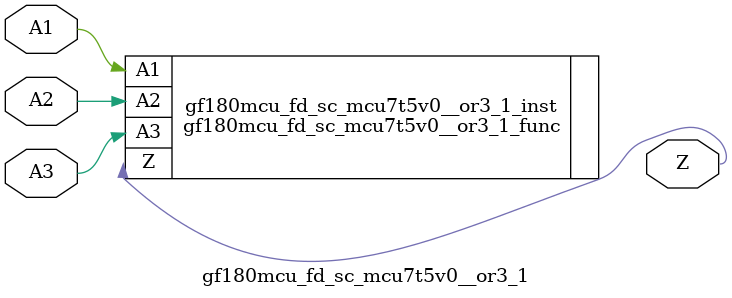
<source format=v>

module gf180mcu_fd_sc_mcu7t5v0__or3_1( A1, A2, A3, Z );
input A1, A2, A3;
output Z;

   `ifdef FUNCTIONAL  //  functional //

	gf180mcu_fd_sc_mcu7t5v0__or3_1_func gf180mcu_fd_sc_mcu7t5v0__or3_1_behav_inst(.A1(A1),.A2(A2),.A3(A3),.Z(Z));

   `else

	gf180mcu_fd_sc_mcu7t5v0__or3_1_func gf180mcu_fd_sc_mcu7t5v0__or3_1_inst(.A1(A1),.A2(A2),.A3(A3),.Z(Z));

	// spec_gates_begin


	// spec_gates_end



   specify

	// specify_block_begin

	// comb arc A1 --> Z
	 (A1 => Z) = (1.0,1.0);

	// comb arc A2 --> Z
	 (A2 => Z) = (1.0,1.0);

	// comb arc A3 --> Z
	 (A3 => Z) = (1.0,1.0);

	// specify_block_end

   endspecify

   `endif

endmodule

</source>
